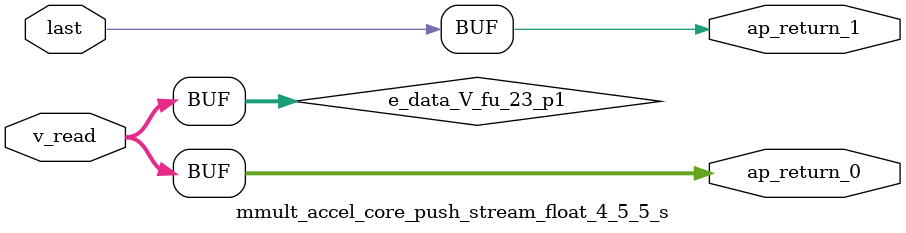
<source format=v>

`timescale 1 ns / 1 ps 

module mmult_accel_core_push_stream_float_4_5_5_s (
        v_read,
        last,
        ap_return_0,
        ap_return_1
);

parameter    ap_true = 1'b1;
parameter    ap_const_logic_1 = 1'b1;
parameter    ap_const_logic_0 = 1'b0;

input  [31:0] v_read;
input  [0:0] last;
output  [31:0] ap_return_0;
output  [0:0] ap_return_1;

wire   [31:0] e_data_V_fu_23_p1;



assign ap_return_0 = e_data_V_fu_23_p1;
assign ap_return_1 = last;
assign e_data_V_fu_23_p1 = v_read;


endmodule //mmult_accel_core_push_stream_float_4_5_5_s


</source>
